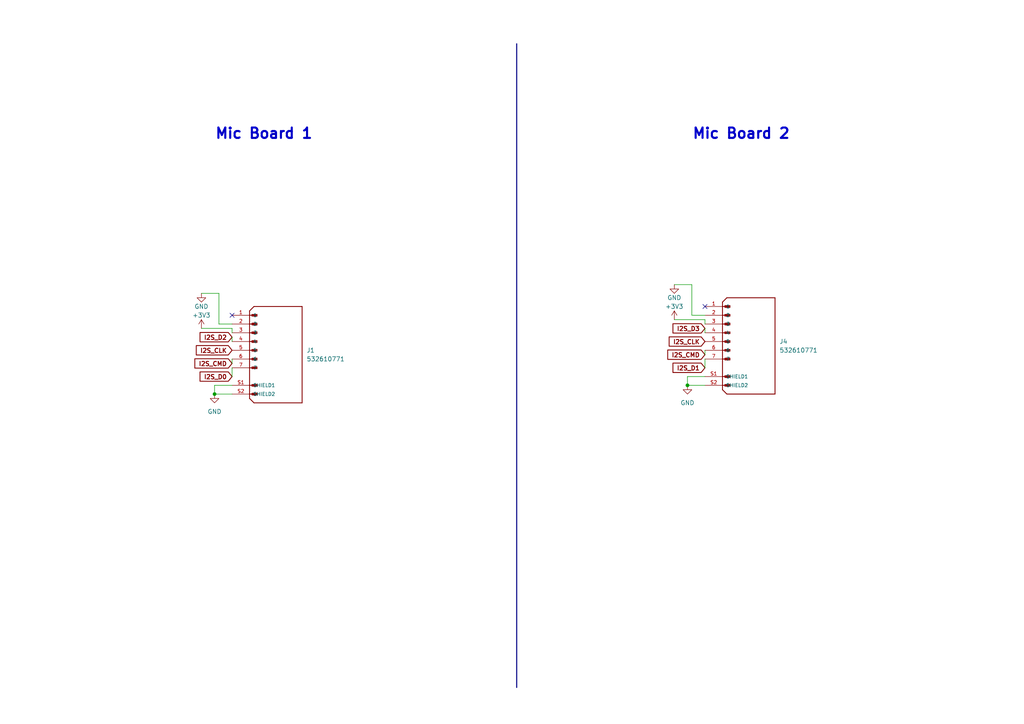
<source format=kicad_sch>
(kicad_sch (version 20230121) (generator eeschema)
  (paper "A4")
  (lib_symbols
    (symbol "532610771:532610771" (pin_names (offset 1.016))
      (property "Reference" "J" (at -7.62 13.97 0))
      (property "Value" "532610771" (at -7.62 -17.78 0))
      (symbol "532610771_0_0"
        (rectangle (start -6.985 -13.0175) (end -5.3975 -12.3825) (stroke (width 0.1)) (fill (type outline)))
        (rectangle (start -6.985 -10.4775) (end -5.3975 -9.8425) (stroke (width 0.1)) (fill (type outline)))
        (rectangle (start -6.985 -5.3975) (end -5.3975 -4.7625) (stroke (width 0.1)) (fill (type outline)))
        (rectangle (start -6.985 -2.8575) (end -5.3975 -2.2225) (stroke (width 0.1)) (fill (type outline)))
        (rectangle (start -6.985 -0.3175) (end -5.3975 0.3175) (stroke (width 0.1)) (fill (type outline)))
        (rectangle (start -6.985 2.2225) (end -5.3975 2.8575) (stroke (width 0.1)) (fill (type outline)))
        (rectangle (start -6.985 4.7625) (end -5.3975 5.3975) (stroke (width 0.1)) (fill (type outline)))
        (rectangle (start -6.985 7.3025) (end -5.3975 7.9375) (stroke (width 0.1)) (fill (type outline)))
        (rectangle (start -6.985 9.8425) (end -5.3975 10.4775) (stroke (width 0.1)) (fill (type outline)))
        (polyline (pts (xy -7.62 -13.97) (xy -6.35 -15.24)) (stroke (width 0.254)))
        (polyline (pts (xy -7.62 -12.7) (xy -5.715 -12.7)) (stroke (width 0.254)))
        (polyline (pts (xy -7.62 -10.16) (xy -5.715 -10.16)) (stroke (width 0.254)))
        (polyline (pts (xy -7.62 -5.08) (xy -5.715 -5.08)) (stroke (width 0.254)))
        (polyline (pts (xy -7.62 -2.54) (xy -5.715 -2.54)) (stroke (width 0.254)))
        (polyline (pts (xy -7.62 0) (xy -5.715 0)) (stroke (width 0.254)))
        (polyline (pts (xy -7.62 2.54) (xy -5.715 2.54)) (stroke (width 0.254)))
        (polyline (pts (xy -7.62 5.08) (xy -5.715 5.08)) (stroke (width 0.254)))
        (polyline (pts (xy -7.62 7.62) (xy -5.715 7.62)) (stroke (width 0.254)))
        (polyline (pts (xy -7.62 10.16) (xy -5.715 10.16)) (stroke (width 0.254)))
        (polyline (pts (xy -7.62 11.43) (xy -7.62 -13.97)) (stroke (width 0.254)))
        (polyline (pts (xy -7.62 11.43) (xy -6.35 12.7)) (stroke (width 0.254)))
        (polyline (pts (xy -6.35 -15.24) (xy 7.62 -15.24)) (stroke (width 0.254)))
        (polyline (pts (xy 7.62 -15.24) (xy 7.62 12.7)) (stroke (width 0.254)))
        (polyline (pts (xy 7.62 12.7) (xy -6.35 12.7)) (stroke (width 0.254)))
        (pin passive line (at -12.7 10.16 0) (length 5.08) (name "1") (number "1"))
        (pin passive line (at -12.7 7.62 0) (length 5.08) (name "2") (number "2"))
        (pin passive line (at -12.7 5.08 0) (length 5.08) (name "3") (number "3"))
        (pin passive line (at -12.7 2.54 0) (length 5.08) (name "4") (number "4"))
        (pin passive line (at -12.7 0 0) (length 5.08) (name "5") (number "5"))
        (pin passive line (at -12.7 -2.54 0) (length 5.08) (name "6") (number "6"))
        (pin passive line (at -12.7 -5.08 0) (length 5.08) (name "7") (number "7"))
        (pin passive line (at -12.7 -10.16 0) (length 5.08) (name "SHIELD1") (number "S1"))
        (pin passive line (at -12.7 -12.7 0) (length 5.08) (name "SHIELD2") (number "S2"))
      )
    )
    (symbol "power:+3V3" (power) (pin_names (offset 0))
      (property "Value" "+3V3" (at 0 3.556 0))
      (symbol "+3V3_0_1"
        (polyline (pts (xy -0.762 1.27) (xy 0 2.54)))
        (polyline (pts (xy 0 0) (xy 0 2.54)))
        (polyline (pts (xy 0 2.54) (xy 0.762 1.27)))
      )
      (symbol "+3V3_1_1"
        (pin power_in line (at 0 0 90) (length 0) hide (name "+3V3") (number "1"))
      )
    )
    (symbol "power:GND" (power) (pin_names (offset 0))
      (property "Value" "GND" (at 0 -3.81 0))
      (symbol "GND_0_1"
        (polyline (pts (xy 0 0) (xy 0 -1.27) (xy 1.27 -1.27) (xy 0 -2.54) (xy -1.27 -1.27) (xy 0 -1.27)))
      )
      (symbol "GND_1_1"
        (pin power_in line (at 0 0 270) (length 0) hide (name "GND") (number "1"))
      )
    )
  )
  (junction (at 199.39 111.76))
  (junction (at 62.23 114.3))
  (no_connect (at 67.31 91.44))
  (no_connect (at 204.47 88.9))
  (wire (pts (xy 204.47 109.22) (xy 199.39 109.22)))
  (wire (pts (xy 199.39 109.22) (xy 199.39 111.76)))
  (wire (pts (xy 200.66 82.55) (xy 195.58 82.55)))
  (wire (pts (xy 204.47 91.44) (xy 200.66 91.44)))
  (wire (pts (xy 195.58 92.71) (xy 204.47 92.71)))
  (wire (pts (xy 67.31 109.22) (xy 67.31 106.68)))
  (wire (pts (xy 67.31 97.79) (xy 67.31 99.06)))
  (bus (pts (xy 149.86 12.7) (xy 149.86 199.39)))
  (wire (pts (xy 62.23 111.76) (xy 62.23 114.3)))
  (wire (pts (xy 62.23 114.3) (xy 67.31 114.3)))
  (wire (pts (xy 204.47 102.87) (xy 204.47 101.6)))
  (wire (pts (xy 204.47 92.71) (xy 204.47 93.98)))
  (wire (pts (xy 67.31 93.98) (xy 63.5 93.98)))
  (wire (pts (xy 200.66 91.44) (xy 200.66 82.55)))
  (wire (pts (xy 63.5 93.98) (xy 63.5 85.09)))
  (wire (pts (xy 67.31 111.76) (xy 62.23 111.76)))
  (wire (pts (xy 204.47 106.68) (xy 204.47 104.14)))
  (wire (pts (xy 204.47 95.25) (xy 204.47 96.52)))
  (wire (pts (xy 58.42 95.25) (xy 67.31 95.25)))
  (wire (pts (xy 199.39 111.76) (xy 204.47 111.76)))
  (wire (pts (xy 67.31 105.41) (xy 67.31 104.14)))
  (wire (pts (xy 67.31 95.25) (xy 67.31 96.52)))
  (wire (pts (xy 63.5 85.09) (xy 58.42 85.09)))
  (text "Mic Board 1" (at 62.23 40.64 0) (effects (font (size 3 3) (thickness 0.6) bold) (justify left bottom)))
  (text "Mic Board 2" (at 200.66 40.64 0) (effects (font (size 3 3) (thickness 0.6) bold) (justify left bottom)))
  (global_label "I2S_CMD" (shape input) (at 204.47 102.87 180) (effects (font bold)) (property "Intersheetrefs" "${INTERSHEET_REFS}" (effects hide)))
  (global_label "I2S_CLK" (shape input) (at 67.31 101.6 180) (effects (font bold)) (property "Intersheetrefs" "${INTERSHEET_REFS}" (effects hide)))
  (global_label "I2S_D2" (shape input) (at 67.31 97.79 180) (effects (font bold)) (property "Intersheetrefs" "${INTERSHEET_REFS}" (effects hide)))
  (global_label "I2S_CLK" (shape input) (at 204.47 99.06 180) (effects (font bold)) (property "Intersheetrefs" "${INTERSHEET_REFS}" (effects hide)))
  (global_label "I2S_CMD" (shape input) (at 67.31 105.41 180) (effects (font bold)) (property "Intersheetrefs" "${INTERSHEET_REFS}" (effects hide)))
  (global_label "I2S_D0" (shape input) (at 67.31 109.22 180) (effects (font bold)) (property "Intersheetrefs" "${INTERSHEET_REFS}" (effects hide)))
  (global_label "I2S_D1" (shape input) (at 204.47 106.68 180) (effects (font bold)) (property "Intersheetrefs" "${INTERSHEET_REFS}" (effects hide)))
  (global_label "I2S_D3" (shape input) (at 204.47 95.25 180) (effects (font bold)) (property "Intersheetrefs" "${INTERSHEET_REFS}" (effects hide)))
  (symbol (lib_id "532610771:532610771") (at 217.17 99.06 0) (unit 1)
    (property "Reference" "J4" (at 226.06 99.06 0) (effects (justify left)))
    (property "Value" "532610771" (at 226.06 101.6 0) (effects (justify left)))
    (property "Footprint" "CSTAR-MainBoard-Footprints:MOLEX_532610771" (effects hide))
    (property "DigiKey_Part_Number" "WM7625TR-ND" (effects hide))
    (property "MF" "Molex" (effects hide))
    (property "MAXIMUM_PACKAGE_HEIGHT" "3.4 mm" (effects hide))
    (property "Package" "None" (effects hide))
    (property "Check_prices" "https://www.snapeda.com/parts/0532610771/Molex/view-part/?ref=eda" (effects hide))
    (property "STANDARD" "Manufacturer Recommendations" (effects hide))
    (property "PARTREV" "J" (effects hide))
    (property "SnapEDA_Link" "https://www.snapeda.com/parts/0532610771/Molex/view-part/?ref=snap" (effects hide))
    (property "MP" "0532610771" (effects hide))
    (property "Purchase-URL" "https://www.snapeda.com/api/url_track_click_mouser/?unipart_id=577144&manufacturer=Molex&part_name=0532610771&search_term=None" (effects hide))
    (property "Description" "\nPicoblade Connector, 7 Circuit Single Row, Right Angle Surface Mount SMT PCB\n" (effects hide))
    (property "MANUFACTURER" "Molex" (effects hide))
  )
  (symbol (lib_id "power:+3V3") (at 58.42 95.25 0) (unit 1)
    (property "Reference" "#PWR02" (effects hide))
    (property "Value" "+3V3" (at 58.42 91.44 0))
  )
  (symbol (lib_id "power:GND") (at 62.23 114.3 0) (unit 1)
    (property "Reference" "#PWR05" (effects hide))
    (property "Value" "GND" (at 62.23 119.38 0))
  )
  (symbol (lib_id "power:GND") (at 58.42 85.09 0) (unit 1)
    (property "Reference" "#PWR01" (effects hide))
    (property "Value" "GND" (at 58.42 88.9 0))
  )
  (symbol (lib_id "power:GND") (at 195.58 82.55 0) (unit 1)
    (property "Reference" "#PWR07" (effects hide))
    (property "Value" "GND" (at 195.58 86.36 0))
  )
  (symbol (lib_id "power:GND") (at 199.39 111.76 0) (unit 1)
    (property "Reference" "#PWR09" (effects hide))
    (property "Value" "GND" (at 199.39 116.84 0))
  )
  (symbol (lib_id "power:+3V3") (at 195.58 92.71 0) (unit 1)
    (property "Reference" "#PWR08" (effects hide))
    (property "Value" "+3V3" (at 195.58 88.9 0))
  )
  (symbol (lib_id "532610771:532610771") (at 80.01 101.6 0) (unit 1)
    (property "Reference" "J1" (at 88.9 101.6 0) (effects (justify left)))
    (property "Value" "532610771" (at 88.9 104.14 0) (effects (justify left)))
    (property "Footprint" "CSTAR-MainBoard-Footprints:MOLEX_532610771" (effects hide))
    (property "DigiKey_Part_Number" "WM7625TR-ND" (effects hide))
    (property "MF" "Molex" (effects hide))
    (property "MAXIMUM_PACKAGE_HEIGHT" "3.4 mm" (effects hide))
    (property "Package" "None" (effects hide))
    (property "Check_prices" "https://www.snapeda.com/parts/0532610771/Molex/view-part/?ref=eda" (effects hide))
    (property "STANDARD" "Manufacturer Recommendations" (effects hide))
    (property "PARTREV" "J" (effects hide))
    (property "SnapEDA_Link" "https://www.snapeda.com/parts/0532610771/Molex/view-part/?ref=snap" (effects hide))
    (property "MP" "0532610771" (effects hide))
    (property "Purchase-URL" "https://www.snapeda.com/api/url_track_click_mouser/?unipart_id=577144&manufacturer=Molex&part_name=0532610771&search_term=None" (effects hide))
    (property "Description" "\nPicoblade Connector, 7 Circuit Single Row, Right Angle Surface Mount SMT PCB\n" (effects hide))
    (property "MANUFACTURER" "Molex" (effects hide))
  )
)
</source>
